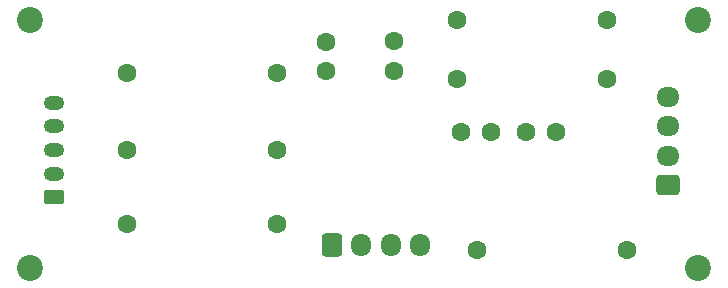
<source format=gbr>
%TF.GenerationSoftware,KiCad,Pcbnew,9.0.2*%
%TF.CreationDate,2025-07-11T15:27:11-07:00*%
%TF.ProjectId,I2C mux buffer,49324320-6d75-4782-9062-75666665722e,rev?*%
%TF.SameCoordinates,Original*%
%TF.FileFunction,Soldermask,Bot*%
%TF.FilePolarity,Negative*%
%FSLAX46Y46*%
G04 Gerber Fmt 4.6, Leading zero omitted, Abs format (unit mm)*
G04 Created by KiCad (PCBNEW 9.0.2) date 2025-07-11 15:27:11*
%MOMM*%
%LPD*%
G01*
G04 APERTURE LIST*
G04 Aperture macros list*
%AMRoundRect*
0 Rectangle with rounded corners*
0 $1 Rounding radius*
0 $2 $3 $4 $5 $6 $7 $8 $9 X,Y pos of 4 corners*
0 Add a 4 corners polygon primitive as box body*
4,1,4,$2,$3,$4,$5,$6,$7,$8,$9,$2,$3,0*
0 Add four circle primitives for the rounded corners*
1,1,$1+$1,$2,$3*
1,1,$1+$1,$4,$5*
1,1,$1+$1,$6,$7*
1,1,$1+$1,$8,$9*
0 Add four rect primitives between the rounded corners*
20,1,$1+$1,$2,$3,$4,$5,0*
20,1,$1+$1,$4,$5,$6,$7,0*
20,1,$1+$1,$6,$7,$8,$9,0*
20,1,$1+$1,$8,$9,$2,$3,0*%
G04 Aperture macros list end*
%ADD10C,1.600000*%
%ADD11RoundRect,0.250000X-0.600000X-0.725000X0.600000X-0.725000X0.600000X0.725000X-0.600000X0.725000X0*%
%ADD12O,1.700000X1.950000*%
%ADD13C,2.200000*%
%ADD14RoundRect,0.250000X0.625000X-0.350000X0.625000X0.350000X-0.625000X0.350000X-0.625000X-0.350000X0*%
%ADD15O,1.750000X1.200000*%
%ADD16RoundRect,0.250000X0.725000X-0.600000X0.725000X0.600000X-0.725000X0.600000X-0.725000X-0.600000X0*%
%ADD17O,1.950000X1.700000*%
G04 APERTURE END LIST*
D10*
%TO.C,R6*%
X96500000Y-94000000D03*
X83800000Y-94000000D03*
%TD*%
D11*
%TO.C,J1*%
X71500000Y-93500000D03*
D12*
X74000000Y-93500000D03*
X76500000Y-93500000D03*
X79000000Y-93500000D03*
%TD*%
D10*
%TO.C,C3*%
X71000000Y-78850000D03*
X71000000Y-76350000D03*
%TD*%
%TO.C,C4*%
X76800000Y-78800000D03*
X76800000Y-76300000D03*
%TD*%
D13*
%TO.C,REF\u002A\u002A*%
X102500000Y-95500000D03*
%TD*%
D10*
%TO.C,C1*%
X88000000Y-84000000D03*
X90500000Y-84000000D03*
%TD*%
%TO.C,R5*%
X82150000Y-79500000D03*
X94850000Y-79500000D03*
%TD*%
D13*
%TO.C,REF\u002A\u002A*%
X46000000Y-74500000D03*
%TD*%
D10*
%TO.C,C2*%
X82500000Y-84000000D03*
X85000000Y-84000000D03*
%TD*%
%TO.C,R2*%
X54150000Y-79000000D03*
X66850000Y-79000000D03*
%TD*%
%TO.C,R4*%
X82150000Y-74500000D03*
X94850000Y-74500000D03*
%TD*%
D14*
%TO.C,J3*%
X48000000Y-89500000D03*
D15*
X48000000Y-87500000D03*
X48000000Y-85500000D03*
X48000000Y-83500000D03*
X48000000Y-81500000D03*
%TD*%
D13*
%TO.C,REF\u002A\u002A*%
X102500000Y-74500000D03*
%TD*%
%TO.C,REF\u002A\u002A*%
X46000000Y-95500000D03*
%TD*%
D16*
%TO.C,J2*%
X100000000Y-88500000D03*
D17*
X100000000Y-86000000D03*
X100000000Y-83500000D03*
X100000000Y-81000000D03*
%TD*%
D10*
%TO.C,R1*%
X54150000Y-85500000D03*
X66850000Y-85500000D03*
%TD*%
%TO.C,R3*%
X54150000Y-91750000D03*
X66850000Y-91750000D03*
%TD*%
M02*

</source>
